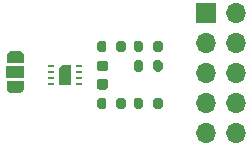
<source format=gbr>
%TF.GenerationSoftware,KiCad,Pcbnew,(5.1.9-0-10_14)*%
%TF.CreationDate,2021-02-05T22:05:55+01:00*%
%TF.ProjectId,itho_rv_sensor,6974686f-5f72-4765-9f73-656e736f722e,rev?*%
%TF.SameCoordinates,Original*%
%TF.FileFunction,Soldermask,Top*%
%TF.FilePolarity,Negative*%
%FSLAX46Y46*%
G04 Gerber Fmt 4.6, Leading zero omitted, Abs format (unit mm)*
G04 Created by KiCad (PCBNEW (5.1.9-0-10_14)) date 2021-02-05 22:05:55*
%MOMM*%
%LPD*%
G01*
G04 APERTURE LIST*
%ADD10R,0.550000X0.250000*%
%ADD11C,0.100000*%
%ADD12R,1.500000X1.000000*%
%ADD13O,1.700000X1.700000*%
%ADD14R,1.700000X1.700000*%
G04 APERTURE END LIST*
%TO.C,R5*%
G36*
G01*
X126765000Y-101198000D02*
X126765000Y-101748000D01*
G75*
G02*
X126565000Y-101948000I-200000J0D01*
G01*
X126165000Y-101948000D01*
G75*
G02*
X125965000Y-101748000I0J200000D01*
G01*
X125965000Y-101198000D01*
G75*
G02*
X126165000Y-100998000I200000J0D01*
G01*
X126565000Y-100998000D01*
G75*
G02*
X126765000Y-101198000I0J-200000D01*
G01*
G37*
G36*
G01*
X128415000Y-101198000D02*
X128415000Y-101748000D01*
G75*
G02*
X128215000Y-101948000I-200000J0D01*
G01*
X127815000Y-101948000D01*
G75*
G02*
X127615000Y-101748000I0J200000D01*
G01*
X127615000Y-101198000D01*
G75*
G02*
X127815000Y-100998000I200000J0D01*
G01*
X128215000Y-100998000D01*
G75*
G02*
X128415000Y-101198000I0J-200000D01*
G01*
G37*
%TD*%
%TO.C,R4*%
G36*
G01*
X127616000Y-100097000D02*
X127616000Y-99547000D01*
G75*
G02*
X127816000Y-99347000I200000J0D01*
G01*
X128216000Y-99347000D01*
G75*
G02*
X128416000Y-99547000I0J-200000D01*
G01*
X128416000Y-100097000D01*
G75*
G02*
X128216000Y-100297000I-200000J0D01*
G01*
X127816000Y-100297000D01*
G75*
G02*
X127616000Y-100097000I0J200000D01*
G01*
G37*
G36*
G01*
X125966000Y-100097000D02*
X125966000Y-99547000D01*
G75*
G02*
X126166000Y-99347000I200000J0D01*
G01*
X126566000Y-99347000D01*
G75*
G02*
X126766000Y-99547000I0J-200000D01*
G01*
X126766000Y-100097000D01*
G75*
G02*
X126566000Y-100297000I-200000J0D01*
G01*
X126166000Y-100297000D01*
G75*
G02*
X125966000Y-100097000I0J200000D01*
G01*
G37*
%TD*%
%TO.C,R3*%
G36*
G01*
X126765000Y-104373000D02*
X126765000Y-104923000D01*
G75*
G02*
X126565000Y-105123000I-200000J0D01*
G01*
X126165000Y-105123000D01*
G75*
G02*
X125965000Y-104923000I0J200000D01*
G01*
X125965000Y-104373000D01*
G75*
G02*
X126165000Y-104173000I200000J0D01*
G01*
X126565000Y-104173000D01*
G75*
G02*
X126765000Y-104373000I0J-200000D01*
G01*
G37*
G36*
G01*
X128415000Y-104373000D02*
X128415000Y-104923000D01*
G75*
G02*
X128215000Y-105123000I-200000J0D01*
G01*
X127815000Y-105123000D01*
G75*
G02*
X127615000Y-104923000I0J200000D01*
G01*
X127615000Y-104373000D01*
G75*
G02*
X127815000Y-104173000I200000J0D01*
G01*
X128215000Y-104173000D01*
G75*
G02*
X128415000Y-104373000I0J-200000D01*
G01*
G37*
%TD*%
%TO.C,R2*%
G36*
G01*
X124504000Y-100097000D02*
X124504000Y-99547000D01*
G75*
G02*
X124704000Y-99347000I200000J0D01*
G01*
X125104000Y-99347000D01*
G75*
G02*
X125304000Y-99547000I0J-200000D01*
G01*
X125304000Y-100097000D01*
G75*
G02*
X125104000Y-100297000I-200000J0D01*
G01*
X124704000Y-100297000D01*
G75*
G02*
X124504000Y-100097000I0J200000D01*
G01*
G37*
G36*
G01*
X122854000Y-100097000D02*
X122854000Y-99547000D01*
G75*
G02*
X123054000Y-99347000I200000J0D01*
G01*
X123454000Y-99347000D01*
G75*
G02*
X123654000Y-99547000I0J-200000D01*
G01*
X123654000Y-100097000D01*
G75*
G02*
X123454000Y-100297000I-200000J0D01*
G01*
X123054000Y-100297000D01*
G75*
G02*
X122854000Y-100097000I0J200000D01*
G01*
G37*
%TD*%
%TO.C,R1*%
G36*
G01*
X124504000Y-104923000D02*
X124504000Y-104373000D01*
G75*
G02*
X124704000Y-104173000I200000J0D01*
G01*
X125104000Y-104173000D01*
G75*
G02*
X125304000Y-104373000I0J-200000D01*
G01*
X125304000Y-104923000D01*
G75*
G02*
X125104000Y-105123000I-200000J0D01*
G01*
X124704000Y-105123000D01*
G75*
G02*
X124504000Y-104923000I0J200000D01*
G01*
G37*
G36*
G01*
X122854000Y-104923000D02*
X122854000Y-104373000D01*
G75*
G02*
X123054000Y-104173000I200000J0D01*
G01*
X123454000Y-104173000D01*
G75*
G02*
X123654000Y-104373000I0J-200000D01*
G01*
X123654000Y-104923000D01*
G75*
G02*
X123454000Y-105123000I-200000J0D01*
G01*
X123054000Y-105123000D01*
G75*
G02*
X122854000Y-104923000I0J200000D01*
G01*
G37*
%TD*%
%TO.C,C1*%
G36*
G01*
X123567000Y-101923000D02*
X123067000Y-101923000D01*
G75*
G02*
X122842000Y-101698000I0J225000D01*
G01*
X122842000Y-101248000D01*
G75*
G02*
X123067000Y-101023000I225000J0D01*
G01*
X123567000Y-101023000D01*
G75*
G02*
X123792000Y-101248000I0J-225000D01*
G01*
X123792000Y-101698000D01*
G75*
G02*
X123567000Y-101923000I-225000J0D01*
G01*
G37*
G36*
G01*
X123567000Y-103473000D02*
X123067000Y-103473000D01*
G75*
G02*
X122842000Y-103248000I0J225000D01*
G01*
X122842000Y-102798000D01*
G75*
G02*
X123067000Y-102573000I225000J0D01*
G01*
X123567000Y-102573000D01*
G75*
G02*
X123792000Y-102798000I0J-225000D01*
G01*
X123792000Y-103248000D01*
G75*
G02*
X123567000Y-103473000I-225000J0D01*
G01*
G37*
%TD*%
D10*
%TO.C,U1*%
X118967000Y-101485000D03*
X118967000Y-101985000D03*
X118967000Y-102485000D03*
X118967000Y-102985000D03*
X121317000Y-102985000D03*
X121317000Y-102485000D03*
X121317000Y-101985000D03*
X121317000Y-101485000D03*
D11*
G36*
X120642000Y-103085000D02*
G01*
X119642000Y-103085000D01*
X119642000Y-101685000D01*
X119942000Y-101385000D01*
X120642000Y-101385000D01*
X120642000Y-103085000D01*
G37*
%TD*%
D12*
%TO.C,Address*%
X115951000Y-101981000D03*
D11*
G36*
X116700398Y-103281000D02*
G01*
X116700398Y-103305534D01*
X116695588Y-103354365D01*
X116686016Y-103402490D01*
X116671772Y-103449445D01*
X116652995Y-103494778D01*
X116629864Y-103538051D01*
X116602604Y-103578850D01*
X116571476Y-103616779D01*
X116536779Y-103651476D01*
X116498850Y-103682604D01*
X116458051Y-103709864D01*
X116414778Y-103732995D01*
X116369445Y-103751772D01*
X116322490Y-103766016D01*
X116274365Y-103775588D01*
X116225534Y-103780398D01*
X116201000Y-103780398D01*
X116201000Y-103781000D01*
X115701000Y-103781000D01*
X115701000Y-103780398D01*
X115676466Y-103780398D01*
X115627635Y-103775588D01*
X115579510Y-103766016D01*
X115532555Y-103751772D01*
X115487222Y-103732995D01*
X115443949Y-103709864D01*
X115403150Y-103682604D01*
X115365221Y-103651476D01*
X115330524Y-103616779D01*
X115299396Y-103578850D01*
X115272136Y-103538051D01*
X115249005Y-103494778D01*
X115230228Y-103449445D01*
X115215984Y-103402490D01*
X115206412Y-103354365D01*
X115201602Y-103305534D01*
X115201602Y-103281000D01*
X115201000Y-103281000D01*
X115201000Y-102731000D01*
X116701000Y-102731000D01*
X116701000Y-103281000D01*
X116700398Y-103281000D01*
G37*
G36*
X115201000Y-101231000D02*
G01*
X115201000Y-100681000D01*
X115201602Y-100681000D01*
X115201602Y-100656466D01*
X115206412Y-100607635D01*
X115215984Y-100559510D01*
X115230228Y-100512555D01*
X115249005Y-100467222D01*
X115272136Y-100423949D01*
X115299396Y-100383150D01*
X115330524Y-100345221D01*
X115365221Y-100310524D01*
X115403150Y-100279396D01*
X115443949Y-100252136D01*
X115487222Y-100229005D01*
X115532555Y-100210228D01*
X115579510Y-100195984D01*
X115627635Y-100186412D01*
X115676466Y-100181602D01*
X115701000Y-100181602D01*
X115701000Y-100181000D01*
X116201000Y-100181000D01*
X116201000Y-100181602D01*
X116225534Y-100181602D01*
X116274365Y-100186412D01*
X116322490Y-100195984D01*
X116369445Y-100210228D01*
X116414778Y-100229005D01*
X116458051Y-100252136D01*
X116498850Y-100279396D01*
X116536779Y-100310524D01*
X116571476Y-100345221D01*
X116602604Y-100383150D01*
X116629864Y-100423949D01*
X116652995Y-100467222D01*
X116671772Y-100512555D01*
X116686016Y-100559510D01*
X116695588Y-100607635D01*
X116700398Y-100656466D01*
X116700398Y-100681000D01*
X116701000Y-100681000D01*
X116701000Y-101231000D01*
X115201000Y-101231000D01*
G37*
%TD*%
D13*
%TO.C,J1*%
X134620000Y-107188000D03*
X132080000Y-107188000D03*
X134620000Y-104648000D03*
X132080000Y-104648000D03*
X134620000Y-102108000D03*
X132080000Y-102108000D03*
X134620000Y-99568000D03*
X132080000Y-99568000D03*
X134620000Y-97028000D03*
D14*
X132080000Y-97028000D03*
%TD*%
M02*

</source>
